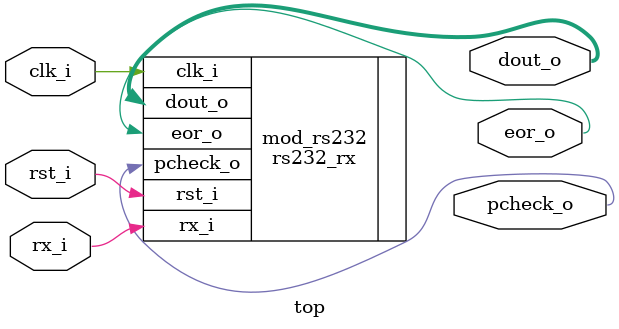
<source format=v>

module top (
  input         rst_i,
  input         clk_i,
  input         rx_i,
  output  [7:0] dout_o,
  output        pcheck_o,
  output        eor_o
);

  rs232_rx mod_rs232 (
    .rst_i(rst_i),
    .clk_i(clk_i),
    .rx_i(rx_i),
    .dout_o(dout_o),
    .pcheck_o(pcheck_o),
    .eor_o(eor_o)
);

endmodule
</source>
